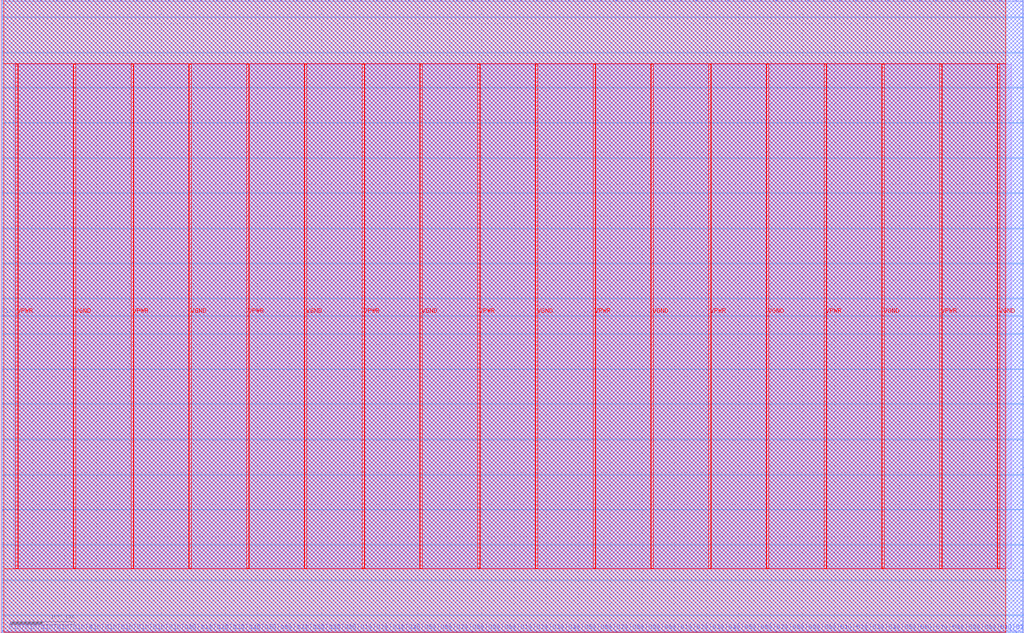
<source format=lef>
VERSION 5.7 ;
  NOWIREEXTENSIONATPIN ON ;
  DIVIDERCHAR "/" ;
  BUSBITCHARS "[]" ;
MACRO RAM512
  CLASS BLOCK ;
  FOREIGN RAM512 ;
  ORIGIN 0.000 0.000 ;
  SIZE 1594.820 BY 987.360 ;
  PIN A0[0]
    DIRECTION INPUT ;
    USE SIGNAL ;
    PORT
      LAYER met3 ;
        RECT 1592.820 520.920 1594.820 521.520 ;
    END
  END A0[0]
  PIN A0[1]
    DIRECTION INPUT ;
    USE SIGNAL ;
    PORT
      LAYER met3 ;
        RECT 1592.820 575.320 1594.820 575.920 ;
    END
  END A0[1]
  PIN A0[2]
    DIRECTION INPUT ;
    USE SIGNAL ;
    PORT
      LAYER met3 ;
        RECT 1592.820 630.400 1594.820 631.000 ;
    END
  END A0[2]
  PIN A0[3]
    DIRECTION INPUT ;
    USE SIGNAL ;
    PORT
      LAYER met3 ;
        RECT 1592.820 685.480 1594.820 686.080 ;
    END
  END A0[3]
  PIN A0[4]
    DIRECTION INPUT ;
    USE SIGNAL ;
    PORT
      LAYER met3 ;
        RECT 1592.820 739.880 1594.820 740.480 ;
    END
  END A0[4]
  PIN A0[5]
    DIRECTION INPUT ;
    USE SIGNAL ;
    PORT
      LAYER met3 ;
        RECT 1592.820 794.960 1594.820 795.560 ;
    END
  END A0[5]
  PIN A0[6]
    DIRECTION INPUT ;
    USE SIGNAL ;
    PORT
      LAYER met3 ;
        RECT 1592.820 850.040 1594.820 850.640 ;
    END
  END A0[6]
  PIN A0[7]
    DIRECTION INPUT ;
    USE SIGNAL ;
    PORT
      LAYER met3 ;
        RECT 1592.820 904.440 1594.820 905.040 ;
    END
  END A0[7]
  PIN A0[8]
    DIRECTION INPUT ;
    USE SIGNAL ;
    PORT
      LAYER met3 ;
        RECT 1592.820 959.520 1594.820 960.120 ;
    END
  END A0[8]
  PIN CLK
    DIRECTION INPUT ;
    USE SIGNAL ;
    PORT
      LAYER met3 ;
        RECT 0.000 493.720 2.000 494.320 ;
    END
  END CLK
  PIN Di0[0]
    DIRECTION INPUT ;
    USE SIGNAL ;
    PORT
      LAYER met2 ;
        RECT 12.510 0.000 12.790 2.000 ;
    END
  END Di0[0]
  PIN Di0[10]
    DIRECTION INPUT ;
    USE SIGNAL ;
    PORT
      LAYER met2 ;
        RECT 261.370 0.000 261.650 2.000 ;
    END
  END Di0[10]
  PIN Di0[11]
    DIRECTION INPUT ;
    USE SIGNAL ;
    PORT
      LAYER met2 ;
        RECT 286.210 0.000 286.490 2.000 ;
    END
  END Di0[11]
  PIN Di0[12]
    DIRECTION INPUT ;
    USE SIGNAL ;
    PORT
      LAYER met2 ;
        RECT 311.510 0.000 311.790 2.000 ;
    END
  END Di0[12]
  PIN Di0[13]
    DIRECTION INPUT ;
    USE SIGNAL ;
    PORT
      LAYER met2 ;
        RECT 336.350 0.000 336.630 2.000 ;
    END
  END Di0[13]
  PIN Di0[14]
    DIRECTION INPUT ;
    USE SIGNAL ;
    PORT
      LAYER met2 ;
        RECT 361.190 0.000 361.470 2.000 ;
    END
  END Di0[14]
  PIN Di0[15]
    DIRECTION INPUT ;
    USE SIGNAL ;
    PORT
      LAYER met2 ;
        RECT 386.030 0.000 386.310 2.000 ;
    END
  END Di0[15]
  PIN Di0[16]
    DIRECTION INPUT ;
    USE SIGNAL ;
    PORT
      LAYER met2 ;
        RECT 410.870 0.000 411.150 2.000 ;
    END
  END Di0[16]
  PIN Di0[17]
    DIRECTION INPUT ;
    USE SIGNAL ;
    PORT
      LAYER met2 ;
        RECT 435.710 0.000 435.990 2.000 ;
    END
  END Di0[17]
  PIN Di0[18]
    DIRECTION INPUT ;
    USE SIGNAL ;
    PORT
      LAYER met2 ;
        RECT 461.010 0.000 461.290 2.000 ;
    END
  END Di0[18]
  PIN Di0[19]
    DIRECTION INPUT ;
    USE SIGNAL ;
    PORT
      LAYER met2 ;
        RECT 485.850 0.000 486.130 2.000 ;
    END
  END Di0[19]
  PIN Di0[1]
    DIRECTION INPUT ;
    USE SIGNAL ;
    PORT
      LAYER met2 ;
        RECT 37.350 0.000 37.630 2.000 ;
    END
  END Di0[1]
  PIN Di0[20]
    DIRECTION INPUT ;
    USE SIGNAL ;
    PORT
      LAYER met2 ;
        RECT 510.690 0.000 510.970 2.000 ;
    END
  END Di0[20]
  PIN Di0[21]
    DIRECTION INPUT ;
    USE SIGNAL ;
    PORT
      LAYER met2 ;
        RECT 535.530 0.000 535.810 2.000 ;
    END
  END Di0[21]
  PIN Di0[22]
    DIRECTION INPUT ;
    USE SIGNAL ;
    PORT
      LAYER met2 ;
        RECT 560.370 0.000 560.650 2.000 ;
    END
  END Di0[22]
  PIN Di0[23]
    DIRECTION INPUT ;
    USE SIGNAL ;
    PORT
      LAYER met2 ;
        RECT 585.210 0.000 585.490 2.000 ;
    END
  END Di0[23]
  PIN Di0[24]
    DIRECTION INPUT ;
    USE SIGNAL ;
    PORT
      LAYER met2 ;
        RECT 610.510 0.000 610.790 2.000 ;
    END
  END Di0[24]
  PIN Di0[25]
    DIRECTION INPUT ;
    USE SIGNAL ;
    PORT
      LAYER met2 ;
        RECT 635.350 0.000 635.630 2.000 ;
    END
  END Di0[25]
  PIN Di0[26]
    DIRECTION INPUT ;
    USE SIGNAL ;
    PORT
      LAYER met2 ;
        RECT 660.190 0.000 660.470 2.000 ;
    END
  END Di0[26]
  PIN Di0[27]
    DIRECTION INPUT ;
    USE SIGNAL ;
    PORT
      LAYER met2 ;
        RECT 685.030 0.000 685.310 2.000 ;
    END
  END Di0[27]
  PIN Di0[28]
    DIRECTION INPUT ;
    USE SIGNAL ;
    PORT
      LAYER met2 ;
        RECT 709.870 0.000 710.150 2.000 ;
    END
  END Di0[28]
  PIN Di0[29]
    DIRECTION INPUT ;
    USE SIGNAL ;
    PORT
      LAYER met2 ;
        RECT 734.710 0.000 734.990 2.000 ;
    END
  END Di0[29]
  PIN Di0[2]
    DIRECTION INPUT ;
    USE SIGNAL ;
    PORT
      LAYER met2 ;
        RECT 62.190 0.000 62.470 2.000 ;
    END
  END Di0[2]
  PIN Di0[30]
    DIRECTION INPUT ;
    USE SIGNAL ;
    PORT
      LAYER met2 ;
        RECT 760.010 0.000 760.290 2.000 ;
    END
  END Di0[30]
  PIN Di0[31]
    DIRECTION INPUT ;
    USE SIGNAL ;
    PORT
      LAYER met2 ;
        RECT 784.850 0.000 785.130 2.000 ;
    END
  END Di0[31]
  PIN Di0[32]
    DIRECTION INPUT ;
    USE SIGNAL ;
    PORT
      LAYER met2 ;
        RECT 809.690 0.000 809.970 2.000 ;
    END
  END Di0[32]
  PIN Di0[33]
    DIRECTION INPUT ;
    USE SIGNAL ;
    PORT
      LAYER met2 ;
        RECT 834.530 0.000 834.810 2.000 ;
    END
  END Di0[33]
  PIN Di0[34]
    DIRECTION INPUT ;
    USE SIGNAL ;
    PORT
      LAYER met2 ;
        RECT 859.370 0.000 859.650 2.000 ;
    END
  END Di0[34]
  PIN Di0[35]
    DIRECTION INPUT ;
    USE SIGNAL ;
    PORT
      LAYER met2 ;
        RECT 884.670 0.000 884.950 2.000 ;
    END
  END Di0[35]
  PIN Di0[36]
    DIRECTION INPUT ;
    USE SIGNAL ;
    PORT
      LAYER met2 ;
        RECT 909.510 0.000 909.790 2.000 ;
    END
  END Di0[36]
  PIN Di0[37]
    DIRECTION INPUT ;
    USE SIGNAL ;
    PORT
      LAYER met2 ;
        RECT 934.350 0.000 934.630 2.000 ;
    END
  END Di0[37]
  PIN Di0[38]
    DIRECTION INPUT ;
    USE SIGNAL ;
    PORT
      LAYER met2 ;
        RECT 959.190 0.000 959.470 2.000 ;
    END
  END Di0[38]
  PIN Di0[39]
    DIRECTION INPUT ;
    USE SIGNAL ;
    PORT
      LAYER met2 ;
        RECT 984.030 0.000 984.310 2.000 ;
    END
  END Di0[39]
  PIN Di0[3]
    DIRECTION INPUT ;
    USE SIGNAL ;
    PORT
      LAYER met2 ;
        RECT 87.030 0.000 87.310 2.000 ;
    END
  END Di0[3]
  PIN Di0[40]
    DIRECTION INPUT ;
    USE SIGNAL ;
    PORT
      LAYER met2 ;
        RECT 1008.870 0.000 1009.150 2.000 ;
    END
  END Di0[40]
  PIN Di0[41]
    DIRECTION INPUT ;
    USE SIGNAL ;
    PORT
      LAYER met2 ;
        RECT 1034.170 0.000 1034.450 2.000 ;
    END
  END Di0[41]
  PIN Di0[42]
    DIRECTION INPUT ;
    USE SIGNAL ;
    PORT
      LAYER met2 ;
        RECT 1059.010 0.000 1059.290 2.000 ;
    END
  END Di0[42]
  PIN Di0[43]
    DIRECTION INPUT ;
    USE SIGNAL ;
    PORT
      LAYER met2 ;
        RECT 1083.850 0.000 1084.130 2.000 ;
    END
  END Di0[43]
  PIN Di0[44]
    DIRECTION INPUT ;
    USE SIGNAL ;
    PORT
      LAYER met2 ;
        RECT 1108.690 0.000 1108.970 2.000 ;
    END
  END Di0[44]
  PIN Di0[45]
    DIRECTION INPUT ;
    USE SIGNAL ;
    PORT
      LAYER met2 ;
        RECT 1133.530 0.000 1133.810 2.000 ;
    END
  END Di0[45]
  PIN Di0[46]
    DIRECTION INPUT ;
    USE SIGNAL ;
    PORT
      LAYER met2 ;
        RECT 1158.370 0.000 1158.650 2.000 ;
    END
  END Di0[46]
  PIN Di0[47]
    DIRECTION INPUT ;
    USE SIGNAL ;
    PORT
      LAYER met2 ;
        RECT 1183.670 0.000 1183.950 2.000 ;
    END
  END Di0[47]
  PIN Di0[48]
    DIRECTION INPUT ;
    USE SIGNAL ;
    PORT
      LAYER met2 ;
        RECT 1208.510 0.000 1208.790 2.000 ;
    END
  END Di0[48]
  PIN Di0[49]
    DIRECTION INPUT ;
    USE SIGNAL ;
    PORT
      LAYER met2 ;
        RECT 1233.350 0.000 1233.630 2.000 ;
    END
  END Di0[49]
  PIN Di0[4]
    DIRECTION INPUT ;
    USE SIGNAL ;
    PORT
      LAYER met2 ;
        RECT 111.870 0.000 112.150 2.000 ;
    END
  END Di0[4]
  PIN Di0[50]
    DIRECTION INPUT ;
    USE SIGNAL ;
    PORT
      LAYER met2 ;
        RECT 1258.190 0.000 1258.470 2.000 ;
    END
  END Di0[50]
  PIN Di0[51]
    DIRECTION INPUT ;
    USE SIGNAL ;
    PORT
      LAYER met2 ;
        RECT 1283.030 0.000 1283.310 2.000 ;
    END
  END Di0[51]
  PIN Di0[52]
    DIRECTION INPUT ;
    USE SIGNAL ;
    PORT
      LAYER met2 ;
        RECT 1307.870 0.000 1308.150 2.000 ;
    END
  END Di0[52]
  PIN Di0[53]
    DIRECTION INPUT ;
    USE SIGNAL ;
    PORT
      LAYER met2 ;
        RECT 1333.170 0.000 1333.450 2.000 ;
    END
  END Di0[53]
  PIN Di0[54]
    DIRECTION INPUT ;
    USE SIGNAL ;
    PORT
      LAYER met2 ;
        RECT 1358.010 0.000 1358.290 2.000 ;
    END
  END Di0[54]
  PIN Di0[55]
    DIRECTION INPUT ;
    USE SIGNAL ;
    PORT
      LAYER met2 ;
        RECT 1382.850 0.000 1383.130 2.000 ;
    END
  END Di0[55]
  PIN Di0[56]
    DIRECTION INPUT ;
    USE SIGNAL ;
    PORT
      LAYER met2 ;
        RECT 1407.690 0.000 1407.970 2.000 ;
    END
  END Di0[56]
  PIN Di0[57]
    DIRECTION INPUT ;
    USE SIGNAL ;
    PORT
      LAYER met2 ;
        RECT 1432.530 0.000 1432.810 2.000 ;
    END
  END Di0[57]
  PIN Di0[58]
    DIRECTION INPUT ;
    USE SIGNAL ;
    PORT
      LAYER met2 ;
        RECT 1457.370 0.000 1457.650 2.000 ;
    END
  END Di0[58]
  PIN Di0[59]
    DIRECTION INPUT ;
    USE SIGNAL ;
    PORT
      LAYER met2 ;
        RECT 1482.670 0.000 1482.950 2.000 ;
    END
  END Di0[59]
  PIN Di0[5]
    DIRECTION INPUT ;
    USE SIGNAL ;
    PORT
      LAYER met2 ;
        RECT 136.710 0.000 136.990 2.000 ;
    END
  END Di0[5]
  PIN Di0[60]
    DIRECTION INPUT ;
    USE SIGNAL ;
    PORT
      LAYER met2 ;
        RECT 1507.510 0.000 1507.790 2.000 ;
    END
  END Di0[60]
  PIN Di0[61]
    DIRECTION INPUT ;
    USE SIGNAL ;
    PORT
      LAYER met2 ;
        RECT 1532.350 0.000 1532.630 2.000 ;
    END
  END Di0[61]
  PIN Di0[62]
    DIRECTION INPUT ;
    USE SIGNAL ;
    PORT
      LAYER met2 ;
        RECT 1557.190 0.000 1557.470 2.000 ;
    END
  END Di0[62]
  PIN Di0[63]
    DIRECTION INPUT ;
    USE SIGNAL ;
    PORT
      LAYER met2 ;
        RECT 1582.030 0.000 1582.310 2.000 ;
    END
  END Di0[63]
  PIN Di0[6]
    DIRECTION INPUT ;
    USE SIGNAL ;
    PORT
      LAYER met2 ;
        RECT 162.010 0.000 162.290 2.000 ;
    END
  END Di0[6]
  PIN Di0[7]
    DIRECTION INPUT ;
    USE SIGNAL ;
    PORT
      LAYER met2 ;
        RECT 186.850 0.000 187.130 2.000 ;
    END
  END Di0[7]
  PIN Di0[8]
    DIRECTION INPUT ;
    USE SIGNAL ;
    PORT
      LAYER met2 ;
        RECT 211.690 0.000 211.970 2.000 ;
    END
  END Di0[8]
  PIN Di0[9]
    DIRECTION INPUT ;
    USE SIGNAL ;
    PORT
      LAYER met2 ;
        RECT 236.530 0.000 236.810 2.000 ;
    END
  END Di0[9]
  PIN Do0[0]
    DIRECTION OUTPUT TRISTATE ;
    USE SIGNAL ;
    PORT
      LAYER met2 ;
        RECT 12.510 985.360 12.790 987.360 ;
    END
  END Do0[0]
  PIN Do0[10]
    DIRECTION OUTPUT TRISTATE ;
    USE SIGNAL ;
    PORT
      LAYER met2 ;
        RECT 261.370 985.360 261.650 987.360 ;
    END
  END Do0[10]
  PIN Do0[11]
    DIRECTION OUTPUT TRISTATE ;
    USE SIGNAL ;
    PORT
      LAYER met2 ;
        RECT 286.210 985.360 286.490 987.360 ;
    END
  END Do0[11]
  PIN Do0[12]
    DIRECTION OUTPUT TRISTATE ;
    USE SIGNAL ;
    PORT
      LAYER met2 ;
        RECT 311.510 985.360 311.790 987.360 ;
    END
  END Do0[12]
  PIN Do0[13]
    DIRECTION OUTPUT TRISTATE ;
    USE SIGNAL ;
    PORT
      LAYER met2 ;
        RECT 336.350 985.360 336.630 987.360 ;
    END
  END Do0[13]
  PIN Do0[14]
    DIRECTION OUTPUT TRISTATE ;
    USE SIGNAL ;
    PORT
      LAYER met2 ;
        RECT 361.190 985.360 361.470 987.360 ;
    END
  END Do0[14]
  PIN Do0[15]
    DIRECTION OUTPUT TRISTATE ;
    USE SIGNAL ;
    PORT
      LAYER met2 ;
        RECT 386.030 985.360 386.310 987.360 ;
    END
  END Do0[15]
  PIN Do0[16]
    DIRECTION OUTPUT TRISTATE ;
    USE SIGNAL ;
    PORT
      LAYER met2 ;
        RECT 410.870 985.360 411.150 987.360 ;
    END
  END Do0[16]
  PIN Do0[17]
    DIRECTION OUTPUT TRISTATE ;
    USE SIGNAL ;
    PORT
      LAYER met2 ;
        RECT 435.710 985.360 435.990 987.360 ;
    END
  END Do0[17]
  PIN Do0[18]
    DIRECTION OUTPUT TRISTATE ;
    USE SIGNAL ;
    PORT
      LAYER met2 ;
        RECT 461.010 985.360 461.290 987.360 ;
    END
  END Do0[18]
  PIN Do0[19]
    DIRECTION OUTPUT TRISTATE ;
    USE SIGNAL ;
    PORT
      LAYER met2 ;
        RECT 485.850 985.360 486.130 987.360 ;
    END
  END Do0[19]
  PIN Do0[1]
    DIRECTION OUTPUT TRISTATE ;
    USE SIGNAL ;
    PORT
      LAYER met2 ;
        RECT 37.350 985.360 37.630 987.360 ;
    END
  END Do0[1]
  PIN Do0[20]
    DIRECTION OUTPUT TRISTATE ;
    USE SIGNAL ;
    PORT
      LAYER met2 ;
        RECT 510.690 985.360 510.970 987.360 ;
    END
  END Do0[20]
  PIN Do0[21]
    DIRECTION OUTPUT TRISTATE ;
    USE SIGNAL ;
    PORT
      LAYER met2 ;
        RECT 535.530 985.360 535.810 987.360 ;
    END
  END Do0[21]
  PIN Do0[22]
    DIRECTION OUTPUT TRISTATE ;
    USE SIGNAL ;
    PORT
      LAYER met2 ;
        RECT 560.370 985.360 560.650 987.360 ;
    END
  END Do0[22]
  PIN Do0[23]
    DIRECTION OUTPUT TRISTATE ;
    USE SIGNAL ;
    PORT
      LAYER met2 ;
        RECT 585.210 985.360 585.490 987.360 ;
    END
  END Do0[23]
  PIN Do0[24]
    DIRECTION OUTPUT TRISTATE ;
    USE SIGNAL ;
    PORT
      LAYER met2 ;
        RECT 610.510 985.360 610.790 987.360 ;
    END
  END Do0[24]
  PIN Do0[25]
    DIRECTION OUTPUT TRISTATE ;
    USE SIGNAL ;
    PORT
      LAYER met2 ;
        RECT 635.350 985.360 635.630 987.360 ;
    END
  END Do0[25]
  PIN Do0[26]
    DIRECTION OUTPUT TRISTATE ;
    USE SIGNAL ;
    PORT
      LAYER met2 ;
        RECT 660.190 985.360 660.470 987.360 ;
    END
  END Do0[26]
  PIN Do0[27]
    DIRECTION OUTPUT TRISTATE ;
    USE SIGNAL ;
    PORT
      LAYER met2 ;
        RECT 685.030 985.360 685.310 987.360 ;
    END
  END Do0[27]
  PIN Do0[28]
    DIRECTION OUTPUT TRISTATE ;
    USE SIGNAL ;
    PORT
      LAYER met2 ;
        RECT 709.870 985.360 710.150 987.360 ;
    END
  END Do0[28]
  PIN Do0[29]
    DIRECTION OUTPUT TRISTATE ;
    USE SIGNAL ;
    PORT
      LAYER met2 ;
        RECT 734.710 985.360 734.990 987.360 ;
    END
  END Do0[29]
  PIN Do0[2]
    DIRECTION OUTPUT TRISTATE ;
    USE SIGNAL ;
    PORT
      LAYER met2 ;
        RECT 62.190 985.360 62.470 987.360 ;
    END
  END Do0[2]
  PIN Do0[30]
    DIRECTION OUTPUT TRISTATE ;
    USE SIGNAL ;
    PORT
      LAYER met2 ;
        RECT 760.010 985.360 760.290 987.360 ;
    END
  END Do0[30]
  PIN Do0[31]
    DIRECTION OUTPUT TRISTATE ;
    USE SIGNAL ;
    PORT
      LAYER met2 ;
        RECT 784.850 985.360 785.130 987.360 ;
    END
  END Do0[31]
  PIN Do0[32]
    DIRECTION OUTPUT TRISTATE ;
    USE SIGNAL ;
    PORT
      LAYER met2 ;
        RECT 809.690 985.360 809.970 987.360 ;
    END
  END Do0[32]
  PIN Do0[33]
    DIRECTION OUTPUT TRISTATE ;
    USE SIGNAL ;
    PORT
      LAYER met2 ;
        RECT 834.530 985.360 834.810 987.360 ;
    END
  END Do0[33]
  PIN Do0[34]
    DIRECTION OUTPUT TRISTATE ;
    USE SIGNAL ;
    PORT
      LAYER met2 ;
        RECT 859.370 985.360 859.650 987.360 ;
    END
  END Do0[34]
  PIN Do0[35]
    DIRECTION OUTPUT TRISTATE ;
    USE SIGNAL ;
    PORT
      LAYER met2 ;
        RECT 884.670 985.360 884.950 987.360 ;
    END
  END Do0[35]
  PIN Do0[36]
    DIRECTION OUTPUT TRISTATE ;
    USE SIGNAL ;
    PORT
      LAYER met2 ;
        RECT 909.510 985.360 909.790 987.360 ;
    END
  END Do0[36]
  PIN Do0[37]
    DIRECTION OUTPUT TRISTATE ;
    USE SIGNAL ;
    PORT
      LAYER met2 ;
        RECT 934.350 985.360 934.630 987.360 ;
    END
  END Do0[37]
  PIN Do0[38]
    DIRECTION OUTPUT TRISTATE ;
    USE SIGNAL ;
    PORT
      LAYER met2 ;
        RECT 959.190 985.360 959.470 987.360 ;
    END
  END Do0[38]
  PIN Do0[39]
    DIRECTION OUTPUT TRISTATE ;
    USE SIGNAL ;
    PORT
      LAYER met2 ;
        RECT 984.030 985.360 984.310 987.360 ;
    END
  END Do0[39]
  PIN Do0[3]
    DIRECTION OUTPUT TRISTATE ;
    USE SIGNAL ;
    PORT
      LAYER met2 ;
        RECT 87.030 985.360 87.310 987.360 ;
    END
  END Do0[3]
  PIN Do0[40]
    DIRECTION OUTPUT TRISTATE ;
    USE SIGNAL ;
    PORT
      LAYER met2 ;
        RECT 1008.870 985.360 1009.150 987.360 ;
    END
  END Do0[40]
  PIN Do0[41]
    DIRECTION OUTPUT TRISTATE ;
    USE SIGNAL ;
    PORT
      LAYER met2 ;
        RECT 1034.170 985.360 1034.450 987.360 ;
    END
  END Do0[41]
  PIN Do0[42]
    DIRECTION OUTPUT TRISTATE ;
    USE SIGNAL ;
    PORT
      LAYER met2 ;
        RECT 1059.010 985.360 1059.290 987.360 ;
    END
  END Do0[42]
  PIN Do0[43]
    DIRECTION OUTPUT TRISTATE ;
    USE SIGNAL ;
    PORT
      LAYER met2 ;
        RECT 1083.850 985.360 1084.130 987.360 ;
    END
  END Do0[43]
  PIN Do0[44]
    DIRECTION OUTPUT TRISTATE ;
    USE SIGNAL ;
    PORT
      LAYER met2 ;
        RECT 1108.690 985.360 1108.970 987.360 ;
    END
  END Do0[44]
  PIN Do0[45]
    DIRECTION OUTPUT TRISTATE ;
    USE SIGNAL ;
    PORT
      LAYER met2 ;
        RECT 1133.530 985.360 1133.810 987.360 ;
    END
  END Do0[45]
  PIN Do0[46]
    DIRECTION OUTPUT TRISTATE ;
    USE SIGNAL ;
    PORT
      LAYER met2 ;
        RECT 1158.370 985.360 1158.650 987.360 ;
    END
  END Do0[46]
  PIN Do0[47]
    DIRECTION OUTPUT TRISTATE ;
    USE SIGNAL ;
    PORT
      LAYER met2 ;
        RECT 1183.670 985.360 1183.950 987.360 ;
    END
  END Do0[47]
  PIN Do0[48]
    DIRECTION OUTPUT TRISTATE ;
    USE SIGNAL ;
    PORT
      LAYER met2 ;
        RECT 1208.510 985.360 1208.790 987.360 ;
    END
  END Do0[48]
  PIN Do0[49]
    DIRECTION OUTPUT TRISTATE ;
    USE SIGNAL ;
    PORT
      LAYER met2 ;
        RECT 1233.350 985.360 1233.630 987.360 ;
    END
  END Do0[49]
  PIN Do0[4]
    DIRECTION OUTPUT TRISTATE ;
    USE SIGNAL ;
    PORT
      LAYER met2 ;
        RECT 111.870 985.360 112.150 987.360 ;
    END
  END Do0[4]
  PIN Do0[50]
    DIRECTION OUTPUT TRISTATE ;
    USE SIGNAL ;
    PORT
      LAYER met2 ;
        RECT 1258.190 985.360 1258.470 987.360 ;
    END
  END Do0[50]
  PIN Do0[51]
    DIRECTION OUTPUT TRISTATE ;
    USE SIGNAL ;
    PORT
      LAYER met2 ;
        RECT 1283.030 985.360 1283.310 987.360 ;
    END
  END Do0[51]
  PIN Do0[52]
    DIRECTION OUTPUT TRISTATE ;
    USE SIGNAL ;
    PORT
      LAYER met2 ;
        RECT 1307.870 985.360 1308.150 987.360 ;
    END
  END Do0[52]
  PIN Do0[53]
    DIRECTION OUTPUT TRISTATE ;
    USE SIGNAL ;
    PORT
      LAYER met2 ;
        RECT 1333.170 985.360 1333.450 987.360 ;
    END
  END Do0[53]
  PIN Do0[54]
    DIRECTION OUTPUT TRISTATE ;
    USE SIGNAL ;
    PORT
      LAYER met2 ;
        RECT 1358.010 985.360 1358.290 987.360 ;
    END
  END Do0[54]
  PIN Do0[55]
    DIRECTION OUTPUT TRISTATE ;
    USE SIGNAL ;
    PORT
      LAYER met2 ;
        RECT 1382.850 985.360 1383.130 987.360 ;
    END
  END Do0[55]
  PIN Do0[56]
    DIRECTION OUTPUT TRISTATE ;
    USE SIGNAL ;
    PORT
      LAYER met2 ;
        RECT 1407.690 985.360 1407.970 987.360 ;
    END
  END Do0[56]
  PIN Do0[57]
    DIRECTION OUTPUT TRISTATE ;
    USE SIGNAL ;
    PORT
      LAYER met2 ;
        RECT 1432.530 985.360 1432.810 987.360 ;
    END
  END Do0[57]
  PIN Do0[58]
    DIRECTION OUTPUT TRISTATE ;
    USE SIGNAL ;
    PORT
      LAYER met2 ;
        RECT 1457.370 985.360 1457.650 987.360 ;
    END
  END Do0[58]
  PIN Do0[59]
    DIRECTION OUTPUT TRISTATE ;
    USE SIGNAL ;
    PORT
      LAYER met2 ;
        RECT 1482.670 985.360 1482.950 987.360 ;
    END
  END Do0[59]
  PIN Do0[5]
    DIRECTION OUTPUT TRISTATE ;
    USE SIGNAL ;
    PORT
      LAYER met2 ;
        RECT 136.710 985.360 136.990 987.360 ;
    END
  END Do0[5]
  PIN Do0[60]
    DIRECTION OUTPUT TRISTATE ;
    USE SIGNAL ;
    PORT
      LAYER met2 ;
        RECT 1507.510 985.360 1507.790 987.360 ;
    END
  END Do0[60]
  PIN Do0[61]
    DIRECTION OUTPUT TRISTATE ;
    USE SIGNAL ;
    PORT
      LAYER met2 ;
        RECT 1532.350 985.360 1532.630 987.360 ;
    END
  END Do0[61]
  PIN Do0[62]
    DIRECTION OUTPUT TRISTATE ;
    USE SIGNAL ;
    PORT
      LAYER met2 ;
        RECT 1557.190 985.360 1557.470 987.360 ;
    END
  END Do0[62]
  PIN Do0[63]
    DIRECTION OUTPUT TRISTATE ;
    USE SIGNAL ;
    PORT
      LAYER met2 ;
        RECT 1582.030 985.360 1582.310 987.360 ;
    END
  END Do0[63]
  PIN Do0[6]
    DIRECTION OUTPUT TRISTATE ;
    USE SIGNAL ;
    PORT
      LAYER met2 ;
        RECT 162.010 985.360 162.290 987.360 ;
    END
  END Do0[6]
  PIN Do0[7]
    DIRECTION OUTPUT TRISTATE ;
    USE SIGNAL ;
    PORT
      LAYER met2 ;
        RECT 186.850 985.360 187.130 987.360 ;
    END
  END Do0[7]
  PIN Do0[8]
    DIRECTION OUTPUT TRISTATE ;
    USE SIGNAL ;
    PORT
      LAYER met2 ;
        RECT 211.690 985.360 211.970 987.360 ;
    END
  END Do0[8]
  PIN Do0[9]
    DIRECTION OUTPUT TRISTATE ;
    USE SIGNAL ;
    PORT
      LAYER met2 ;
        RECT 236.530 985.360 236.810 987.360 ;
    END
  END Do0[9]
  PIN EN0
    DIRECTION INPUT ;
    USE SIGNAL ;
    PORT
      LAYER met3 ;
        RECT 1592.820 27.240 1594.820 27.840 ;
    END
  END EN0
  PIN VGND
    DIRECTION INPUT ;
    USE GROUND ;
    PORT
      LAYER met4 ;
        RECT 113.690 100.400 116.790 886.960 ;
    END
    PORT
      LAYER met4 ;
        RECT 293.690 100.400 296.790 886.960 ;
    END
    PORT
      LAYER met4 ;
        RECT 473.690 100.400 476.790 886.960 ;
    END
    PORT
      LAYER met4 ;
        RECT 653.690 100.400 656.790 886.960 ;
    END
    PORT
      LAYER met4 ;
        RECT 833.690 100.400 836.790 886.960 ;
    END
    PORT
      LAYER met4 ;
        RECT 1013.690 100.400 1016.790 886.960 ;
    END
    PORT
      LAYER met4 ;
        RECT 1193.690 100.400 1196.790 886.960 ;
    END
    PORT
      LAYER met4 ;
        RECT 1373.690 100.400 1376.790 886.960 ;
    END
    PORT
      LAYER met4 ;
        RECT 1553.690 100.400 1556.790 886.960 ;
    END
  END VGND
  PIN VPWR
    DIRECTION INPUT ;
    USE POWER ;
    PORT
      LAYER met4 ;
        RECT 23.690 100.400 26.790 886.960 ;
    END
    PORT
      LAYER met4 ;
        RECT 203.690 100.400 206.790 886.960 ;
    END
    PORT
      LAYER met4 ;
        RECT 383.690 100.400 386.790 886.960 ;
    END
    PORT
      LAYER met4 ;
        RECT 563.690 100.400 566.790 886.960 ;
    END
    PORT
      LAYER met4 ;
        RECT 743.690 100.400 746.790 886.960 ;
    END
    PORT
      LAYER met4 ;
        RECT 923.690 100.400 926.790 886.960 ;
    END
    PORT
      LAYER met4 ;
        RECT 1103.690 100.400 1106.790 886.960 ;
    END
    PORT
      LAYER met4 ;
        RECT 1283.690 100.400 1286.790 886.960 ;
    END
    PORT
      LAYER met4 ;
        RECT 1463.690 100.400 1466.790 886.960 ;
    END
  END VPWR
  PIN WE0[0]
    DIRECTION INPUT ;
    USE SIGNAL ;
    PORT
      LAYER met3 ;
        RECT 1592.820 81.640 1594.820 82.240 ;
    END
  END WE0[0]
  PIN WE0[1]
    DIRECTION INPUT ;
    USE SIGNAL ;
    PORT
      LAYER met3 ;
        RECT 1592.820 136.720 1594.820 137.320 ;
    END
  END WE0[1]
  PIN WE0[2]
    DIRECTION INPUT ;
    USE SIGNAL ;
    PORT
      LAYER met3 ;
        RECT 1592.820 191.800 1594.820 192.400 ;
    END
  END WE0[2]
  PIN WE0[3]
    DIRECTION INPUT ;
    USE SIGNAL ;
    PORT
      LAYER met3 ;
        RECT 1592.820 246.200 1594.820 246.800 ;
    END
  END WE0[3]
  PIN WE0[4]
    DIRECTION INPUT ;
    USE SIGNAL ;
    PORT
      LAYER met3 ;
        RECT 1592.820 301.280 1594.820 301.880 ;
    END
  END WE0[4]
  PIN WE0[5]
    DIRECTION INPUT ;
    USE SIGNAL ;
    PORT
      LAYER met3 ;
        RECT 1592.820 356.360 1594.820 356.960 ;
    END
  END WE0[5]
  PIN WE0[6]
    DIRECTION INPUT ;
    USE SIGNAL ;
    PORT
      LAYER met3 ;
        RECT 1592.820 410.760 1594.820 411.360 ;
    END
  END WE0[6]
  PIN WE0[7]
    DIRECTION INPUT ;
    USE SIGNAL ;
    PORT
      LAYER met3 ;
        RECT 1592.820 465.840 1594.820 466.440 ;
    END
  END WE0[7]
  OBS
      LAYER li1 ;
        RECT 20.240 100.555 1574.580 886.805 ;
      LAYER met1 ;
        RECT 1.450 0.040 1593.370 987.320 ;
      LAYER met2 ;
        RECT 1.480 985.080 12.230 987.350 ;
        RECT 13.070 985.080 37.070 987.350 ;
        RECT 37.910 985.080 61.910 987.350 ;
        RECT 62.750 985.080 86.750 987.350 ;
        RECT 87.590 985.080 111.590 987.350 ;
        RECT 112.430 985.080 136.430 987.350 ;
        RECT 137.270 985.080 161.730 987.350 ;
        RECT 162.570 985.080 186.570 987.350 ;
        RECT 187.410 985.080 211.410 987.350 ;
        RECT 212.250 985.080 236.250 987.350 ;
        RECT 237.090 985.080 261.090 987.350 ;
        RECT 261.930 985.080 285.930 987.350 ;
        RECT 286.770 985.080 311.230 987.350 ;
        RECT 312.070 985.080 336.070 987.350 ;
        RECT 336.910 985.080 360.910 987.350 ;
        RECT 361.750 985.080 385.750 987.350 ;
        RECT 386.590 985.080 410.590 987.350 ;
        RECT 411.430 985.080 435.430 987.350 ;
        RECT 436.270 985.080 460.730 987.350 ;
        RECT 461.570 985.080 485.570 987.350 ;
        RECT 486.410 985.080 510.410 987.350 ;
        RECT 511.250 985.080 535.250 987.350 ;
        RECT 536.090 985.080 560.090 987.350 ;
        RECT 560.930 985.080 584.930 987.350 ;
        RECT 585.770 985.080 610.230 987.350 ;
        RECT 611.070 985.080 635.070 987.350 ;
        RECT 635.910 985.080 659.910 987.350 ;
        RECT 660.750 985.080 684.750 987.350 ;
        RECT 685.590 985.080 709.590 987.350 ;
        RECT 710.430 985.080 734.430 987.350 ;
        RECT 735.270 985.080 759.730 987.350 ;
        RECT 760.570 985.080 784.570 987.350 ;
        RECT 785.410 985.080 809.410 987.350 ;
        RECT 810.250 985.080 834.250 987.350 ;
        RECT 835.090 985.080 859.090 987.350 ;
        RECT 859.930 985.080 884.390 987.350 ;
        RECT 885.230 985.080 909.230 987.350 ;
        RECT 910.070 985.080 934.070 987.350 ;
        RECT 934.910 985.080 958.910 987.350 ;
        RECT 959.750 985.080 983.750 987.350 ;
        RECT 984.590 985.080 1008.590 987.350 ;
        RECT 1009.430 985.080 1033.890 987.350 ;
        RECT 1034.730 985.080 1058.730 987.350 ;
        RECT 1059.570 985.080 1083.570 987.350 ;
        RECT 1084.410 985.080 1108.410 987.350 ;
        RECT 1109.250 985.080 1133.250 987.350 ;
        RECT 1134.090 985.080 1158.090 987.350 ;
        RECT 1158.930 985.080 1183.390 987.350 ;
        RECT 1184.230 985.080 1208.230 987.350 ;
        RECT 1209.070 985.080 1233.070 987.350 ;
        RECT 1233.910 985.080 1257.910 987.350 ;
        RECT 1258.750 985.080 1282.750 987.350 ;
        RECT 1283.590 985.080 1307.590 987.350 ;
        RECT 1308.430 985.080 1332.890 987.350 ;
        RECT 1333.730 985.080 1357.730 987.350 ;
        RECT 1358.570 985.080 1382.570 987.350 ;
        RECT 1383.410 985.080 1407.410 987.350 ;
        RECT 1408.250 985.080 1432.250 987.350 ;
        RECT 1433.090 985.080 1457.090 987.350 ;
        RECT 1457.930 985.080 1482.390 987.350 ;
        RECT 1483.230 985.080 1507.230 987.350 ;
        RECT 1508.070 985.080 1532.070 987.350 ;
        RECT 1532.910 985.080 1556.910 987.350 ;
        RECT 1557.750 985.080 1581.750 987.350 ;
        RECT 1582.590 985.080 1593.340 987.350 ;
        RECT 1.480 2.280 1593.340 985.080 ;
        RECT 1.480 0.010 12.230 2.280 ;
        RECT 13.070 0.010 37.070 2.280 ;
        RECT 37.910 0.010 61.910 2.280 ;
        RECT 62.750 0.010 86.750 2.280 ;
        RECT 87.590 0.010 111.590 2.280 ;
        RECT 112.430 0.010 136.430 2.280 ;
        RECT 137.270 0.010 161.730 2.280 ;
        RECT 162.570 0.010 186.570 2.280 ;
        RECT 187.410 0.010 211.410 2.280 ;
        RECT 212.250 0.010 236.250 2.280 ;
        RECT 237.090 0.010 261.090 2.280 ;
        RECT 261.930 0.010 285.930 2.280 ;
        RECT 286.770 0.010 311.230 2.280 ;
        RECT 312.070 0.010 336.070 2.280 ;
        RECT 336.910 0.010 360.910 2.280 ;
        RECT 361.750 0.010 385.750 2.280 ;
        RECT 386.590 0.010 410.590 2.280 ;
        RECT 411.430 0.010 435.430 2.280 ;
        RECT 436.270 0.010 460.730 2.280 ;
        RECT 461.570 0.010 485.570 2.280 ;
        RECT 486.410 0.010 510.410 2.280 ;
        RECT 511.250 0.010 535.250 2.280 ;
        RECT 536.090 0.010 560.090 2.280 ;
        RECT 560.930 0.010 584.930 2.280 ;
        RECT 585.770 0.010 610.230 2.280 ;
        RECT 611.070 0.010 635.070 2.280 ;
        RECT 635.910 0.010 659.910 2.280 ;
        RECT 660.750 0.010 684.750 2.280 ;
        RECT 685.590 0.010 709.590 2.280 ;
        RECT 710.430 0.010 734.430 2.280 ;
        RECT 735.270 0.010 759.730 2.280 ;
        RECT 760.570 0.010 784.570 2.280 ;
        RECT 785.410 0.010 809.410 2.280 ;
        RECT 810.250 0.010 834.250 2.280 ;
        RECT 835.090 0.010 859.090 2.280 ;
        RECT 859.930 0.010 884.390 2.280 ;
        RECT 885.230 0.010 909.230 2.280 ;
        RECT 910.070 0.010 934.070 2.280 ;
        RECT 934.910 0.010 958.910 2.280 ;
        RECT 959.750 0.010 983.750 2.280 ;
        RECT 984.590 0.010 1008.590 2.280 ;
        RECT 1009.430 0.010 1033.890 2.280 ;
        RECT 1034.730 0.010 1058.730 2.280 ;
        RECT 1059.570 0.010 1083.570 2.280 ;
        RECT 1084.410 0.010 1108.410 2.280 ;
        RECT 1109.250 0.010 1133.250 2.280 ;
        RECT 1134.090 0.010 1158.090 2.280 ;
        RECT 1158.930 0.010 1183.390 2.280 ;
        RECT 1184.230 0.010 1208.230 2.280 ;
        RECT 1209.070 0.010 1233.070 2.280 ;
        RECT 1233.910 0.010 1257.910 2.280 ;
        RECT 1258.750 0.010 1282.750 2.280 ;
        RECT 1283.590 0.010 1307.590 2.280 ;
        RECT 1308.430 0.010 1332.890 2.280 ;
        RECT 1333.730 0.010 1357.730 2.280 ;
        RECT 1358.570 0.010 1382.570 2.280 ;
        RECT 1383.410 0.010 1407.410 2.280 ;
        RECT 1408.250 0.010 1432.250 2.280 ;
        RECT 1433.090 0.010 1457.090 2.280 ;
        RECT 1457.930 0.010 1482.390 2.280 ;
        RECT 1483.230 0.010 1507.230 2.280 ;
        RECT 1508.070 0.010 1532.070 2.280 ;
        RECT 1532.910 0.010 1556.910 2.280 ;
        RECT 1557.750 0.010 1581.750 2.280 ;
        RECT 1582.590 0.010 1593.340 2.280 ;
      LAYER met3 ;
        RECT 2.000 960.520 1592.820 987.185 ;
        RECT 2.000 959.120 1592.420 960.520 ;
        RECT 2.000 905.440 1592.820 959.120 ;
        RECT 2.000 904.040 1592.420 905.440 ;
        RECT 2.000 851.040 1592.820 904.040 ;
        RECT 2.000 849.640 1592.420 851.040 ;
        RECT 2.000 795.960 1592.820 849.640 ;
        RECT 2.000 794.560 1592.420 795.960 ;
        RECT 2.000 740.880 1592.820 794.560 ;
        RECT 2.000 739.480 1592.420 740.880 ;
        RECT 2.000 686.480 1592.820 739.480 ;
        RECT 2.000 685.080 1592.420 686.480 ;
        RECT 2.000 631.400 1592.820 685.080 ;
        RECT 2.000 630.000 1592.420 631.400 ;
        RECT 2.000 576.320 1592.820 630.000 ;
        RECT 2.000 574.920 1592.420 576.320 ;
        RECT 2.000 521.920 1592.820 574.920 ;
        RECT 2.000 520.520 1592.420 521.920 ;
        RECT 2.000 494.720 1592.820 520.520 ;
        RECT 2.400 493.320 1592.820 494.720 ;
        RECT 2.000 466.840 1592.820 493.320 ;
        RECT 2.000 465.440 1592.420 466.840 ;
        RECT 2.000 411.760 1592.820 465.440 ;
        RECT 2.000 410.360 1592.420 411.760 ;
        RECT 2.000 357.360 1592.820 410.360 ;
        RECT 2.000 355.960 1592.420 357.360 ;
        RECT 2.000 302.280 1592.820 355.960 ;
        RECT 2.000 300.880 1592.420 302.280 ;
        RECT 2.000 247.200 1592.820 300.880 ;
        RECT 2.000 245.800 1592.420 247.200 ;
        RECT 2.000 192.800 1592.820 245.800 ;
        RECT 2.000 191.400 1592.420 192.800 ;
        RECT 2.000 137.720 1592.820 191.400 ;
        RECT 2.000 136.320 1592.420 137.720 ;
        RECT 2.000 82.640 1592.820 136.320 ;
        RECT 2.000 81.240 1592.420 82.640 ;
        RECT 2.000 28.240 1592.820 81.240 ;
        RECT 2.000 26.840 1592.420 28.240 ;
        RECT 2.000 0.175 1592.820 26.840 ;
      LAYER met4 ;
        RECT 4.895 887.360 1566.465 987.185 ;
        RECT 4.895 100.000 23.290 887.360 ;
        RECT 27.190 100.000 113.290 887.360 ;
        RECT 117.190 100.000 203.290 887.360 ;
        RECT 207.190 100.000 293.290 887.360 ;
        RECT 297.190 100.000 383.290 887.360 ;
        RECT 387.190 100.000 473.290 887.360 ;
        RECT 477.190 100.000 563.290 887.360 ;
        RECT 567.190 100.000 653.290 887.360 ;
        RECT 657.190 100.000 743.290 887.360 ;
        RECT 747.190 100.000 833.290 887.360 ;
        RECT 837.190 100.000 923.290 887.360 ;
        RECT 927.190 100.000 1013.290 887.360 ;
        RECT 1017.190 100.000 1103.290 887.360 ;
        RECT 1107.190 100.000 1193.290 887.360 ;
        RECT 1197.190 100.000 1283.290 887.360 ;
        RECT 1287.190 100.000 1373.290 887.360 ;
        RECT 1377.190 100.000 1463.290 887.360 ;
        RECT 1467.190 100.000 1553.290 887.360 ;
        RECT 1557.190 100.000 1566.465 887.360 ;
        RECT 4.895 0.855 1566.465 100.000 ;
  END
END RAM512
END LIBRARY


</source>
